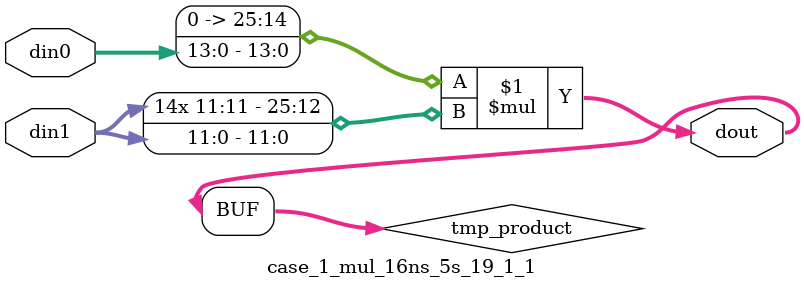
<source format=v>

`timescale 1 ns / 1 ps

 (* use_dsp = "no" *)  module case_1_mul_16ns_5s_19_1_1(din0, din1, dout);
parameter ID = 1;
parameter NUM_STAGE = 0;
parameter din0_WIDTH = 14;
parameter din1_WIDTH = 12;
parameter dout_WIDTH = 26;

input [din0_WIDTH - 1 : 0] din0; 
input [din1_WIDTH - 1 : 0] din1; 
output [dout_WIDTH - 1 : 0] dout;

wire signed [dout_WIDTH - 1 : 0] tmp_product;

























assign tmp_product = $signed({1'b0, din0}) * $signed(din1);










assign dout = tmp_product;





















endmodule

</source>
